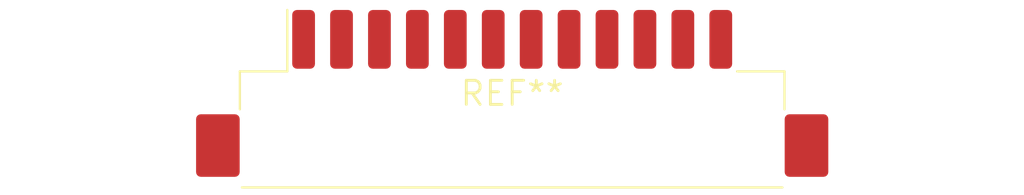
<source format=kicad_pcb>
(kicad_pcb (version 20240108) (generator pcbnew)
  (layers (0 "F.Cu" signal) (31 "B.Cu" signal) (34 "B.Paste" user) (35 "F.Paste" user) (36 "B.SilkS" user "B.Silkscreen") (37 "F.SilkS" user "F.Silkscreen") (38 "B.Mask" user) (39 "F.Mask" user) (44 "Edge.Cuts" user))
  (net 0 "")
  (footprint "Hirose_DF3EA-12P-2H_1x12-1MP_P2.00mm_Horizontal" (layer "F.Cu") (at 0 0)
    (property "Reference" "REF**")
    (property "Value" "Hirose_DF3EA-12P-2H_1x12-1MP_P2.00mm_Horizontal")
    (fp_line (start -14.36 -1.16) (end -11.86 -1.16) (layer "F.SilkS") (stroke (width 0.12)))
    (fp_line (start -14.36 0.84) (end -14.36 -1.16) (layer "F.SilkS") (stroke (width 0.12)))
    (fp_line (start -14.25 4.96) (end 14.25 4.96) (layer "F.SilkS") (stroke (width 0.12)))
    (fp_line (start -11.86 -1.16) (end -11.86 -4.4) (layer "F.SilkS") (stroke (width 0.12)))
    (fp_line (start 14.36 -1.16) (end 11.86 -1.16) (layer "F.SilkS") (stroke (width 0.12)))
    (fp_line (start 14.36 0.84) (end 14.36 -1.16) (layer "F.SilkS") (stroke (width 0.12)))
    (pad "1" smd roundrect (at -11 -2.85) (size 1.2 3.1) (layers "F.Cu" "F.Paste" "F.Mask") (roundrect_rratio 0.208333))
    (pad "2" smd roundrect (at -9 -2.85) (size 1.2 3.1) (layers "F.Cu" "F.Paste" "F.Mask") (roundrect_rratio 0.208333))
    (pad "3" smd roundrect (at -7 -2.85) (size 1.2 3.1) (layers "F.Cu" "F.Paste" "F.Mask") (roundrect_rratio 0.208333))
    (pad "4" smd roundrect (at -5 -2.85) (size 1.2 3.1) (layers "F.Cu" "F.Paste" "F.Mask") (roundrect_rratio 0.208333))
    (pad "5" smd roundrect (at -3 -2.85) (size 1.2 3.1) (layers "F.Cu" "F.Paste" "F.Mask") (roundrect_rratio 0.208333))
    (pad "6" smd roundrect (at -1 -2.85) (size 1.2 3.1) (layers "F.Cu" "F.Paste" "F.Mask") (roundrect_rratio 0.208333))
    (pad "7" smd roundrect (at 1 -2.85) (size 1.2 3.1) (layers "F.Cu" "F.Paste" "F.Mask") (roundrect_rratio 0.208333))
    (pad "8" smd roundrect (at 3 -2.85) (size 1.2 3.1) (layers "F.Cu" "F.Paste" "F.Mask") (roundrect_rratio 0.208333))
    (pad "9" smd roundrect (at 5 -2.85) (size 1.2 3.1) (layers "F.Cu" "F.Paste" "F.Mask") (roundrect_rratio 0.208333))
    (pad "10" smd roundrect (at 7 -2.85) (size 1.2 3.1) (layers "F.Cu" "F.Paste" "F.Mask") (roundrect_rratio 0.208333))
    (pad "11" smd roundrect (at 9 -2.85) (size 1.2 3.1) (layers "F.Cu" "F.Paste" "F.Mask") (roundrect_rratio 0.208333))
    (pad "12" smd roundrect (at 11 -2.85) (size 1.2 3.1) (layers "F.Cu" "F.Paste" "F.Mask") (roundrect_rratio 0.208333))
    (pad "MP" smd roundrect (at -15.52 2.75) (size 2.3 3.3) (layers "F.Cu" "F.Paste" "F.Mask") (roundrect_rratio 0.108696))
    (pad "MP" smd roundrect (at 15.52 2.75) (size 2.3 3.3) (layers "F.Cu" "F.Paste" "F.Mask") (roundrect_rratio 0.108696))
  )
)
</source>
